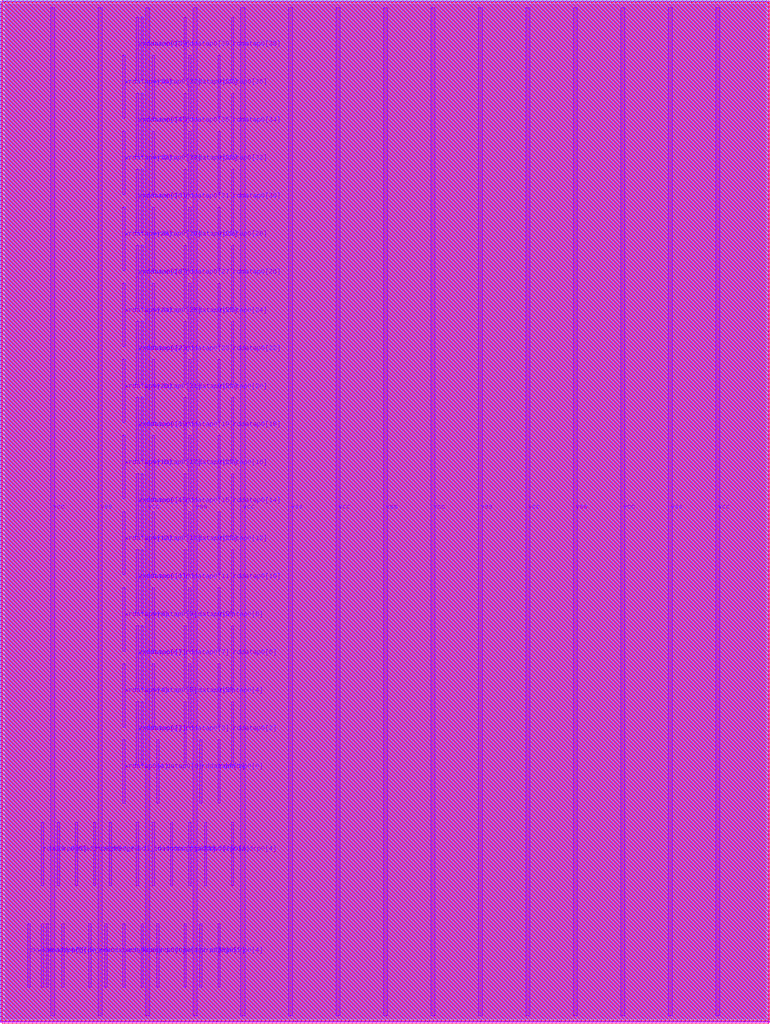
<source format=lef>
VERSION 5.8 ;
BUSBITCHARS "[]" ;
DIVIDERCHAR "/" ;

UNITS
  DATABASE MICRONS 4000 ;
END UNITS

MANUFACTURINGGRID 0.0005 ;

MACRO arf038b064e1r1w0cbbehraa4acw
  CLASS BLOCK ;
  ORIGIN 0 0 ;
  FOREIGN arf038b064e1r1w0cbbehraa4acw 0 0 ;
  SIZE 14.4 BY 19.2 ;
  PIN ckrdp0
    DIRECTION INPUT ;
    USE SIGNAL ;
    PORT
      LAYER m7 ;
        RECT 0.984 2.52 1.028 3.72 ;
    END
  END ckrdp0
  PIN ckwrp0
    DIRECTION INPUT ;
    USE SIGNAL ;
    PORT
      LAYER m7 ;
        RECT 0.428 0.6 0.472 1.8 ;
    END
  END ckwrp0
  PIN rdaddrp0[0]
    DIRECTION INPUT ;
    USE SIGNAL ;
    PORT
      LAYER m7 ;
        RECT 2.784 2.52 2.828 3.72 ;
    END
  END rdaddrp0[0]
  PIN rdaddrp0[1]
    DIRECTION INPUT ;
    USE SIGNAL ;
    PORT
      LAYER m7 ;
        RECT 3.128 2.52 3.172 3.72 ;
    END
  END rdaddrp0[1]
  PIN rdaddrp0[2]
    DIRECTION INPUT ;
    USE SIGNAL ;
    PORT
      LAYER m7 ;
        RECT 3.472 2.52 3.516 3.72 ;
    END
  END rdaddrp0[2]
  PIN rdaddrp0[3]
    DIRECTION INPUT ;
    USE SIGNAL ;
    PORT
      LAYER m7 ;
        RECT 3.772 2.52 3.816 3.72 ;
    END
  END rdaddrp0[3]
  PIN rdaddrp0[4]
    DIRECTION INPUT ;
    USE SIGNAL ;
    PORT
      LAYER m7 ;
        RECT 4.284 2.52 4.328 3.72 ;
    END
  END rdaddrp0[4]
  PIN rdaddrp0[5]
    DIRECTION INPUT ;
    USE SIGNAL ;
    PORT
      LAYER m7 ;
        RECT 0.684 2.52 0.728 3.72 ;
    END
  END rdaddrp0[5]
  PIN rdaddrp0_fd
    DIRECTION INPUT ;
    USE SIGNAL ;
    PORT
      LAYER m7 ;
        RECT 1.328 2.52 1.372 3.72 ;
    END
  END rdaddrp0_fd
  PIN rdaddrp0_rd
    DIRECTION INPUT ;
    USE SIGNAL ;
    PORT
      LAYER m7 ;
        RECT 1.672 2.52 1.716 3.72 ;
    END
  END rdaddrp0_rd
  PIN rddatap0[0]
    DIRECTION OUTPUT ;
    USE SIGNAL ;
    PORT
      LAYER m7 ;
        RECT 4.028 4.08 4.072 5.28 ;
    END
  END rddatap0[0]
  PIN rddatap0[10]
    DIRECTION OUTPUT ;
    USE SIGNAL ;
    PORT
      LAYER m7 ;
        RECT 4.284 7.68 4.328 8.88 ;
    END
  END rddatap0[10]
  PIN rddatap0[11]
    DIRECTION OUTPUT ;
    USE SIGNAL ;
    PORT
      LAYER m7 ;
        RECT 3.384 7.68 3.428 8.88 ;
    END
  END rddatap0[11]
  PIN rddatap0[12]
    DIRECTION OUTPUT ;
    USE SIGNAL ;
    PORT
      LAYER m7 ;
        RECT 4.028 8.4 4.072 9.6 ;
    END
  END rddatap0[12]
  PIN rddatap0[13]
    DIRECTION OUTPUT ;
    USE SIGNAL ;
    PORT
      LAYER m7 ;
        RECT 3.472 8.4 3.516 9.6 ;
    END
  END rddatap0[13]
  PIN rddatap0[14]
    DIRECTION OUTPUT ;
    USE SIGNAL ;
    PORT
      LAYER m7 ;
        RECT 4.284 9.12 4.328 10.32 ;
    END
  END rddatap0[14]
  PIN rddatap0[15]
    DIRECTION OUTPUT ;
    USE SIGNAL ;
    PORT
      LAYER m7 ;
        RECT 3.384 9.12 3.428 10.32 ;
    END
  END rddatap0[15]
  PIN rddatap0[16]
    DIRECTION OUTPUT ;
    USE SIGNAL ;
    PORT
      LAYER m7 ;
        RECT 4.028 9.84 4.072 11.04 ;
    END
  END rddatap0[16]
  PIN rddatap0[17]
    DIRECTION OUTPUT ;
    USE SIGNAL ;
    PORT
      LAYER m7 ;
        RECT 3.472 9.84 3.516 11.04 ;
    END
  END rddatap0[17]
  PIN rddatap0[18]
    DIRECTION OUTPUT ;
    USE SIGNAL ;
    PORT
      LAYER m7 ;
        RECT 4.284 10.56 4.328 11.76 ;
    END
  END rddatap0[18]
  PIN rddatap0[19]
    DIRECTION OUTPUT ;
    USE SIGNAL ;
    PORT
      LAYER m7 ;
        RECT 3.384 10.56 3.428 11.76 ;
    END
  END rddatap0[19]
  PIN rddatap0[1]
    DIRECTION OUTPUT ;
    USE SIGNAL ;
    PORT
      LAYER m7 ;
        RECT 3.684 4.08 3.728 5.28 ;
    END
  END rddatap0[1]
  PIN rddatap0[20]
    DIRECTION OUTPUT ;
    USE SIGNAL ;
    PORT
      LAYER m7 ;
        RECT 4.028 11.28 4.072 12.48 ;
    END
  END rddatap0[20]
  PIN rddatap0[21]
    DIRECTION OUTPUT ;
    USE SIGNAL ;
    PORT
      LAYER m7 ;
        RECT 3.472 11.28 3.516 12.48 ;
    END
  END rddatap0[21]
  PIN rddatap0[22]
    DIRECTION OUTPUT ;
    USE SIGNAL ;
    PORT
      LAYER m7 ;
        RECT 4.284 12 4.328 13.2 ;
    END
  END rddatap0[22]
  PIN rddatap0[23]
    DIRECTION OUTPUT ;
    USE SIGNAL ;
    PORT
      LAYER m7 ;
        RECT 3.384 12 3.428 13.2 ;
    END
  END rddatap0[23]
  PIN rddatap0[24]
    DIRECTION OUTPUT ;
    USE SIGNAL ;
    PORT
      LAYER m7 ;
        RECT 4.028 12.72 4.072 13.92 ;
    END
  END rddatap0[24]
  PIN rddatap0[25]
    DIRECTION OUTPUT ;
    USE SIGNAL ;
    PORT
      LAYER m7 ;
        RECT 3.472 12.72 3.516 13.92 ;
    END
  END rddatap0[25]
  PIN rddatap0[26]
    DIRECTION OUTPUT ;
    USE SIGNAL ;
    PORT
      LAYER m7 ;
        RECT 4.284 13.44 4.328 14.64 ;
    END
  END rddatap0[26]
  PIN rddatap0[27]
    DIRECTION OUTPUT ;
    USE SIGNAL ;
    PORT
      LAYER m7 ;
        RECT 3.384 13.44 3.428 14.64 ;
    END
  END rddatap0[27]
  PIN rddatap0[28]
    DIRECTION OUTPUT ;
    USE SIGNAL ;
    PORT
      LAYER m7 ;
        RECT 4.028 14.16 4.072 15.36 ;
    END
  END rddatap0[28]
  PIN rddatap0[29]
    DIRECTION OUTPUT ;
    USE SIGNAL ;
    PORT
      LAYER m7 ;
        RECT 3.472 14.16 3.516 15.36 ;
    END
  END rddatap0[29]
  PIN rddatap0[2]
    DIRECTION OUTPUT ;
    USE SIGNAL ;
    PORT
      LAYER m7 ;
        RECT 4.284 4.8 4.328 6 ;
    END
  END rddatap0[2]
  PIN rddatap0[30]
    DIRECTION OUTPUT ;
    USE SIGNAL ;
    PORT
      LAYER m7 ;
        RECT 4.284 14.88 4.328 16.08 ;
    END
  END rddatap0[30]
  PIN rddatap0[31]
    DIRECTION OUTPUT ;
    USE SIGNAL ;
    PORT
      LAYER m7 ;
        RECT 3.384 14.88 3.428 16.08 ;
    END
  END rddatap0[31]
  PIN rddatap0[32]
    DIRECTION OUTPUT ;
    USE SIGNAL ;
    PORT
      LAYER m7 ;
        RECT 4.028 15.6 4.072 16.8 ;
    END
  END rddatap0[32]
  PIN rddatap0[33]
    DIRECTION OUTPUT ;
    USE SIGNAL ;
    PORT
      LAYER m7 ;
        RECT 3.472 15.6 3.516 16.8 ;
    END
  END rddatap0[33]
  PIN rddatap0[34]
    DIRECTION OUTPUT ;
    USE SIGNAL ;
    PORT
      LAYER m7 ;
        RECT 4.284 16.32 4.328 17.52 ;
    END
  END rddatap0[34]
  PIN rddatap0[35]
    DIRECTION OUTPUT ;
    USE SIGNAL ;
    PORT
      LAYER m7 ;
        RECT 3.384 16.32 3.428 17.52 ;
    END
  END rddatap0[35]
  PIN rddatap0[36]
    DIRECTION OUTPUT ;
    USE SIGNAL ;
    PORT
      LAYER m7 ;
        RECT 4.028 17.04 4.072 18.24 ;
    END
  END rddatap0[36]
  PIN rddatap0[37]
    DIRECTION OUTPUT ;
    USE SIGNAL ;
    PORT
      LAYER m7 ;
        RECT 3.472 17.04 3.516 18.24 ;
    END
  END rddatap0[37]
  PIN rddatap0[38]
    DIRECTION OUTPUT ;
    USE SIGNAL ;
    PORT
      LAYER m7 ;
        RECT 4.284 17.76 4.328 18.96 ;
    END
  END rddatap0[38]
  PIN rddatap0[39]
    DIRECTION OUTPUT ;
    USE SIGNAL ;
    PORT
      LAYER m7 ;
        RECT 3.384 17.76 3.428 18.96 ;
    END
  END rddatap0[39]
  PIN rddatap0[3]
    DIRECTION OUTPUT ;
    USE SIGNAL ;
    PORT
      LAYER m7 ;
        RECT 3.384 4.8 3.428 6 ;
    END
  END rddatap0[3]
  PIN rddatap0[4]
    DIRECTION OUTPUT ;
    USE SIGNAL ;
    PORT
      LAYER m7 ;
        RECT 4.028 5.52 4.072 6.72 ;
    END
  END rddatap0[4]
  PIN rddatap0[5]
    DIRECTION OUTPUT ;
    USE SIGNAL ;
    PORT
      LAYER m7 ;
        RECT 3.472 5.52 3.516 6.72 ;
    END
  END rddatap0[5]
  PIN rddatap0[6]
    DIRECTION OUTPUT ;
    USE SIGNAL ;
    PORT
      LAYER m7 ;
        RECT 4.284 6.24 4.328 7.44 ;
    END
  END rddatap0[6]
  PIN rddatap0[7]
    DIRECTION OUTPUT ;
    USE SIGNAL ;
    PORT
      LAYER m7 ;
        RECT 3.384 6.24 3.428 7.44 ;
    END
  END rddatap0[7]
  PIN rddatap0[8]
    DIRECTION OUTPUT ;
    USE SIGNAL ;
    PORT
      LAYER m7 ;
        RECT 4.028 6.96 4.072 8.16 ;
    END
  END rddatap0[8]
  PIN rddatap0[9]
    DIRECTION OUTPUT ;
    USE SIGNAL ;
    PORT
      LAYER m7 ;
        RECT 3.472 6.96 3.516 8.16 ;
    END
  END rddatap0[9]
  PIN rdenp0
    DIRECTION INPUT ;
    USE SIGNAL ;
    PORT
      LAYER m7 ;
        RECT 1.972 2.52 2.016 3.72 ;
    END
  END rdenp0
  PIN sdl_initp0
    DIRECTION INPUT ;
    USE SIGNAL ;
    PORT
      LAYER m7 ;
        RECT 2.484 2.52 2.528 3.72 ;
    END
  END sdl_initp0
  PIN vcc
    DIRECTION INPUT ;
    USE POWER ;
    PORT
      LAYER m7 ;
        RECT 13.462 0.06 13.538 19.14 ;
    END
    PORT
      LAYER m7 ;
        RECT 11.662 0.06 11.738 19.14 ;
    END
    PORT
      LAYER m7 ;
        RECT 9.862 0.06 9.938 19.14 ;
    END
    PORT
      LAYER m7 ;
        RECT 8.062 0.06 8.138 19.14 ;
    END
    PORT
      LAYER m7 ;
        RECT 6.262 0.06 6.338 19.14 ;
    END
    PORT
      LAYER m7 ;
        RECT 4.462 0.06 4.538 19.14 ;
    END
    PORT
      LAYER m7 ;
        RECT 2.662 0.06 2.738 19.14 ;
    END
    PORT
      LAYER m7 ;
        RECT 0.862 0.06 0.938 19.14 ;
    END
  END vcc
  PIN vss
    DIRECTION INOUT ;
    USE GROUND ;
    PORT
      LAYER m7 ;
        RECT 12.562 0.06 12.638 19.14 ;
    END
    PORT
      LAYER m7 ;
        RECT 10.762 0.06 10.838 19.14 ;
    END
    PORT
      LAYER m7 ;
        RECT 8.962 0.06 9.038 19.14 ;
    END
    PORT
      LAYER m7 ;
        RECT 7.162 0.06 7.238 19.14 ;
    END
    PORT
      LAYER m7 ;
        RECT 5.362 0.06 5.438 19.14 ;
    END
    PORT
      LAYER m7 ;
        RECT 3.562 0.06 3.638 19.14 ;
    END
    PORT
      LAYER m7 ;
        RECT 1.762 0.06 1.838 19.14 ;
    END
  END vss
  PIN wraddrp0[0]
    DIRECTION INPUT ;
    USE SIGNAL ;
    PORT
      LAYER m7 ;
        RECT 2.572 0.6 2.616 1.8 ;
    END
  END wraddrp0[0]
  PIN wraddrp0[1]
    DIRECTION INPUT ;
    USE SIGNAL ;
    PORT
      LAYER m7 ;
        RECT 2.872 0.6 2.916 1.8 ;
    END
  END wraddrp0[1]
  PIN wraddrp0[2]
    DIRECTION INPUT ;
    USE SIGNAL ;
    PORT
      LAYER m7 ;
        RECT 3.384 0.6 3.428 1.8 ;
    END
  END wraddrp0[2]
  PIN wraddrp0[3]
    DIRECTION INPUT ;
    USE SIGNAL ;
    PORT
      LAYER m7 ;
        RECT 3.684 0.6 3.728 1.8 ;
    END
  END wraddrp0[3]
  PIN wraddrp0[4]
    DIRECTION INPUT ;
    USE SIGNAL ;
    PORT
      LAYER m7 ;
        RECT 4.028 0.6 4.072 1.8 ;
    END
  END wraddrp0[4]
  PIN wraddrp0[5]
    DIRECTION INPUT ;
    USE SIGNAL ;
    PORT
      LAYER m7 ;
        RECT 0.684 0.6 0.728 1.8 ;
    END
  END wraddrp0[5]
  PIN wraddrp0_fd
    DIRECTION INPUT ;
    USE SIGNAL ;
    PORT
      LAYER m7 ;
        RECT 0.772 0.6 0.816 1.8 ;
    END
  END wraddrp0_fd
  PIN wraddrp0_rd
    DIRECTION INPUT ;
    USE SIGNAL ;
    PORT
      LAYER m7 ;
        RECT 1.072 0.6 1.116 1.8 ;
    END
  END wraddrp0_rd
  PIN wrdatap0[0]
    DIRECTION INPUT ;
    USE SIGNAL ;
    PORT
      LAYER m7 ;
        RECT 2.872 4.08 2.916 5.28 ;
    END
  END wrdatap0[0]
  PIN wrdatap0[10]
    DIRECTION INPUT ;
    USE SIGNAL ;
    PORT
      LAYER m7 ;
        RECT 2.484 7.68 2.528 8.88 ;
    END
  END wrdatap0[10]
  PIN wrdatap0[11]
    DIRECTION INPUT ;
    USE SIGNAL ;
    PORT
      LAYER m7 ;
        RECT 2.572 7.68 2.616 8.88 ;
    END
  END wrdatap0[11]
  PIN wrdatap0[12]
    DIRECTION INPUT ;
    USE SIGNAL ;
    PORT
      LAYER m7 ;
        RECT 2.228 8.4 2.272 9.6 ;
    END
  END wrdatap0[12]
  PIN wrdatap0[13]
    DIRECTION INPUT ;
    USE SIGNAL ;
    PORT
      LAYER m7 ;
        RECT 2.784 8.4 2.828 9.6 ;
    END
  END wrdatap0[13]
  PIN wrdatap0[14]
    DIRECTION INPUT ;
    USE SIGNAL ;
    PORT
      LAYER m7 ;
        RECT 2.484 9.12 2.528 10.32 ;
    END
  END wrdatap0[14]
  PIN wrdatap0[15]
    DIRECTION INPUT ;
    USE SIGNAL ;
    PORT
      LAYER m7 ;
        RECT 2.572 9.12 2.616 10.32 ;
    END
  END wrdatap0[15]
  PIN wrdatap0[16]
    DIRECTION INPUT ;
    USE SIGNAL ;
    PORT
      LAYER m7 ;
        RECT 2.228 9.84 2.272 11.04 ;
    END
  END wrdatap0[16]
  PIN wrdatap0[17]
    DIRECTION INPUT ;
    USE SIGNAL ;
    PORT
      LAYER m7 ;
        RECT 2.784 9.84 2.828 11.04 ;
    END
  END wrdatap0[17]
  PIN wrdatap0[18]
    DIRECTION INPUT ;
    USE SIGNAL ;
    PORT
      LAYER m7 ;
        RECT 2.484 10.56 2.528 11.76 ;
    END
  END wrdatap0[18]
  PIN wrdatap0[19]
    DIRECTION INPUT ;
    USE SIGNAL ;
    PORT
      LAYER m7 ;
        RECT 2.572 10.56 2.616 11.76 ;
    END
  END wrdatap0[19]
  PIN wrdatap0[1]
    DIRECTION INPUT ;
    USE SIGNAL ;
    PORT
      LAYER m7 ;
        RECT 2.228 4.08 2.272 5.28 ;
    END
  END wrdatap0[1]
  PIN wrdatap0[20]
    DIRECTION INPUT ;
    USE SIGNAL ;
    PORT
      LAYER m7 ;
        RECT 2.228 11.28 2.272 12.48 ;
    END
  END wrdatap0[20]
  PIN wrdatap0[21]
    DIRECTION INPUT ;
    USE SIGNAL ;
    PORT
      LAYER m7 ;
        RECT 2.784 11.28 2.828 12.48 ;
    END
  END wrdatap0[21]
  PIN wrdatap0[22]
    DIRECTION INPUT ;
    USE SIGNAL ;
    PORT
      LAYER m7 ;
        RECT 2.484 12 2.528 13.2 ;
    END
  END wrdatap0[22]
  PIN wrdatap0[23]
    DIRECTION INPUT ;
    USE SIGNAL ;
    PORT
      LAYER m7 ;
        RECT 2.572 12 2.616 13.2 ;
    END
  END wrdatap0[23]
  PIN wrdatap0[24]
    DIRECTION INPUT ;
    USE SIGNAL ;
    PORT
      LAYER m7 ;
        RECT 2.228 12.72 2.272 13.92 ;
    END
  END wrdatap0[24]
  PIN wrdatap0[25]
    DIRECTION INPUT ;
    USE SIGNAL ;
    PORT
      LAYER m7 ;
        RECT 2.784 12.72 2.828 13.92 ;
    END
  END wrdatap0[25]
  PIN wrdatap0[26]
    DIRECTION INPUT ;
    USE SIGNAL ;
    PORT
      LAYER m7 ;
        RECT 2.484 13.44 2.528 14.64 ;
    END
  END wrdatap0[26]
  PIN wrdatap0[27]
    DIRECTION INPUT ;
    USE SIGNAL ;
    PORT
      LAYER m7 ;
        RECT 2.572 13.44 2.616 14.64 ;
    END
  END wrdatap0[27]
  PIN wrdatap0[28]
    DIRECTION INPUT ;
    USE SIGNAL ;
    PORT
      LAYER m7 ;
        RECT 2.228 14.16 2.272 15.36 ;
    END
  END wrdatap0[28]
  PIN wrdatap0[29]
    DIRECTION INPUT ;
    USE SIGNAL ;
    PORT
      LAYER m7 ;
        RECT 2.784 14.16 2.828 15.36 ;
    END
  END wrdatap0[29]
  PIN wrdatap0[2]
    DIRECTION INPUT ;
    USE SIGNAL ;
    PORT
      LAYER m7 ;
        RECT 2.484 4.8 2.528 6 ;
    END
  END wrdatap0[2]
  PIN wrdatap0[30]
    DIRECTION INPUT ;
    USE SIGNAL ;
    PORT
      LAYER m7 ;
        RECT 2.484 14.88 2.528 16.08 ;
    END
  END wrdatap0[30]
  PIN wrdatap0[31]
    DIRECTION INPUT ;
    USE SIGNAL ;
    PORT
      LAYER m7 ;
        RECT 2.572 14.88 2.616 16.08 ;
    END
  END wrdatap0[31]
  PIN wrdatap0[32]
    DIRECTION INPUT ;
    USE SIGNAL ;
    PORT
      LAYER m7 ;
        RECT 2.228 15.6 2.272 16.8 ;
    END
  END wrdatap0[32]
  PIN wrdatap0[33]
    DIRECTION INPUT ;
    USE SIGNAL ;
    PORT
      LAYER m7 ;
        RECT 2.784 15.6 2.828 16.8 ;
    END
  END wrdatap0[33]
  PIN wrdatap0[34]
    DIRECTION INPUT ;
    USE SIGNAL ;
    PORT
      LAYER m7 ;
        RECT 2.484 16.32 2.528 17.52 ;
    END
  END wrdatap0[34]
  PIN wrdatap0[35]
    DIRECTION INPUT ;
    USE SIGNAL ;
    PORT
      LAYER m7 ;
        RECT 2.572 16.32 2.616 17.52 ;
    END
  END wrdatap0[35]
  PIN wrdatap0[36]
    DIRECTION INPUT ;
    USE SIGNAL ;
    PORT
      LAYER m7 ;
        RECT 2.228 17.04 2.272 18.24 ;
    END
  END wrdatap0[36]
  PIN wrdatap0[37]
    DIRECTION INPUT ;
    USE SIGNAL ;
    PORT
      LAYER m7 ;
        RECT 2.784 17.04 2.828 18.24 ;
    END
  END wrdatap0[37]
  PIN wrdatap0[38]
    DIRECTION INPUT ;
    USE SIGNAL ;
    PORT
      LAYER m7 ;
        RECT 2.484 17.76 2.528 18.96 ;
    END
  END wrdatap0[38]
  PIN wrdatap0[39]
    DIRECTION INPUT ;
    USE SIGNAL ;
    PORT
      LAYER m7 ;
        RECT 2.572 17.76 2.616 18.96 ;
    END
  END wrdatap0[39]
  PIN wrdatap0[3]
    DIRECTION INPUT ;
    USE SIGNAL ;
    PORT
      LAYER m7 ;
        RECT 2.572 4.8 2.616 6 ;
    END
  END wrdatap0[3]
  PIN wrdatap0[4]
    DIRECTION INPUT ;
    USE SIGNAL ;
    PORT
      LAYER m7 ;
        RECT 2.228 5.52 2.272 6.72 ;
    END
  END wrdatap0[4]
  PIN wrdatap0[5]
    DIRECTION INPUT ;
    USE SIGNAL ;
    PORT
      LAYER m7 ;
        RECT 2.784 5.52 2.828 6.72 ;
    END
  END wrdatap0[5]
  PIN wrdatap0[6]
    DIRECTION INPUT ;
    USE SIGNAL ;
    PORT
      LAYER m7 ;
        RECT 2.484 6.24 2.528 7.44 ;
    END
  END wrdatap0[6]
  PIN wrdatap0[7]
    DIRECTION INPUT ;
    USE SIGNAL ;
    PORT
      LAYER m7 ;
        RECT 2.572 6.24 2.616 7.44 ;
    END
  END wrdatap0[7]
  PIN wrdatap0[8]
    DIRECTION INPUT ;
    USE SIGNAL ;
    PORT
      LAYER m7 ;
        RECT 2.228 6.96 2.272 8.16 ;
    END
  END wrdatap0[8]
  PIN wrdatap0[9]
    DIRECTION INPUT ;
    USE SIGNAL ;
    PORT
      LAYER m7 ;
        RECT 2.784 6.96 2.828 8.16 ;
    END
  END wrdatap0[9]
  PIN wrdatap0_fd
    DIRECTION INPUT ;
    USE SIGNAL ;
    PORT
      LAYER m7 ;
        RECT 1.884 0.6 1.928 1.8 ;
    END
  END wrdatap0_fd
  PIN wrdatap0_rd
    DIRECTION INPUT ;
    USE SIGNAL ;
    PORT
      LAYER m7 ;
        RECT 2.228 0.6 2.272 1.8 ;
    END
  END wrdatap0_rd
  PIN wrenp0
    DIRECTION INPUT ;
    USE SIGNAL ;
    PORT
      LAYER m7 ;
        RECT 1.584 0.6 1.628 1.8 ;
    END
  END wrenp0
  OBS
    LAYER m0 SPACING 0 ;
      RECT 0 0 14.4 19.2 ;
    LAYER m1 SPACING 0 ;
      RECT 0 0 14.4 19.2 ;
    LAYER m2 SPACING 0 ;
      RECT -0.0705 -0.038 14.4705 19.238 ;
    LAYER m3 SPACING 0 ;
      RECT -0.035 -0.07 14.435 19.27 ;
    LAYER m4 SPACING 0 ;
      RECT -0.07 -0.038 14.47 19.238 ;
    LAYER m5 SPACING 0 ;
      RECT -0.059 -0.09 14.459 19.29 ;
    LAYER m6 SPACING 0 ;
      RECT -0.09 -0.062 14.49 19.262 ;
    LAYER m7 SPACING 0 ;
      RECT -0.092 -0.06 14.492 19.26 ;
  END
END arf038b064e1r1w0cbbehraa4acw
END LIBRARY

</source>
